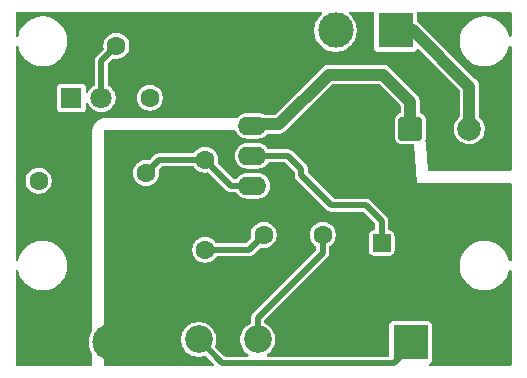
<source format=gbr>
%TF.GenerationSoftware,KiCad,Pcbnew,9.0.4*%
%TF.CreationDate,2025-09-13T21:48:36+02:00*%
%TF.ProjectId,TDA7267,54444137-3236-4372-9e6b-696361645f70,rev?*%
%TF.SameCoordinates,Original*%
%TF.FileFunction,Copper,L2,Bot*%
%TF.FilePolarity,Positive*%
%FSLAX46Y46*%
G04 Gerber Fmt 4.6, Leading zero omitted, Abs format (unit mm)*
G04 Created by KiCad (PCBNEW 9.0.4) date 2025-09-13 21:48:36*
%MOMM*%
%LPD*%
G01*
G04 APERTURE LIST*
G04 Aperture macros list*
%AMRoundRect*
0 Rectangle with rounded corners*
0 $1 Rounding radius*
0 $2 $3 $4 $5 $6 $7 $8 $9 X,Y pos of 4 corners*
0 Add a 4 corners polygon primitive as box body*
4,1,4,$2,$3,$4,$5,$6,$7,$8,$9,$2,$3,0*
0 Add four circle primitives for the rounded corners*
1,1,$1+$1,$2,$3*
1,1,$1+$1,$4,$5*
1,1,$1+$1,$6,$7*
1,1,$1+$1,$8,$9*
0 Add four rect primitives between the rounded corners*
20,1,$1+$1,$2,$3,$4,$5,0*
20,1,$1+$1,$4,$5,$6,$7,0*
20,1,$1+$1,$6,$7,$8,$9,0*
20,1,$1+$1,$8,$9,$2,$3,0*%
G04 Aperture macros list end*
%TA.AperFunction,ComponentPad*%
%ADD10C,1.600000*%
%TD*%
%TA.AperFunction,ComponentPad*%
%ADD11R,3.000000X3.000000*%
%TD*%
%TA.AperFunction,ComponentPad*%
%ADD12C,3.000000*%
%TD*%
%TA.AperFunction,ComponentPad*%
%ADD13R,1.800000X1.800000*%
%TD*%
%TA.AperFunction,ComponentPad*%
%ADD14C,1.800000*%
%TD*%
%TA.AperFunction,ComponentPad*%
%ADD15RoundRect,0.250000X-0.950000X-0.550000X0.950000X-0.550000X0.950000X0.550000X-0.950000X0.550000X0*%
%TD*%
%TA.AperFunction,ComponentPad*%
%ADD16O,2.400000X1.600000*%
%TD*%
%TA.AperFunction,ComponentPad*%
%ADD17RoundRect,0.250000X-0.550000X-0.550000X0.550000X-0.550000X0.550000X0.550000X-0.550000X0.550000X0*%
%TD*%
%TA.AperFunction,ComponentPad*%
%ADD18RoundRect,0.250000X-0.750000X-0.750000X0.750000X-0.750000X0.750000X0.750000X-0.750000X0.750000X0*%
%TD*%
%TA.AperFunction,ComponentPad*%
%ADD19C,2.000000*%
%TD*%
%TA.AperFunction,ComponentPad*%
%ADD20RoundRect,0.250000X0.550000X0.550000X-0.550000X0.550000X-0.550000X-0.550000X0.550000X-0.550000X0*%
%TD*%
%TA.AperFunction,ComponentPad*%
%ADD21C,2.340000*%
%TD*%
%TA.AperFunction,Conductor*%
%ADD22C,0.500000*%
%TD*%
%TA.AperFunction,Conductor*%
%ADD23C,1.000000*%
%TD*%
G04 APERTURE END LIST*
D10*
%TO.P,C3,1*%
%TO.N,GND*%
X140560000Y-105647500D03*
%TO.P,C3,2*%
%TO.N,Net-(U1-In)*%
X140560000Y-100647500D03*
%TD*%
D11*
%TO.P,IN1,1,Pin_1*%
%TO.N,Net-(IN1-Pin_1)*%
X162960000Y-115000000D03*
D12*
%TO.P,IN1,2,Pin_2*%
%TO.N,GND*%
X168040000Y-115000000D03*
%TD*%
D10*
%TO.P,R1,1*%
%TO.N,Net-(C1-Pad2)*%
X145560000Y-107147500D03*
%TO.P,R1,2*%
%TO.N,Net-(U1-In)*%
X145560000Y-99527500D03*
%TD*%
D13*
%TO.P,D1,1,K*%
%TO.N,GND*%
X134230000Y-94300000D03*
D14*
%TO.P,D1,2,A*%
%TO.N,Net-(D1-A)*%
X136770000Y-94300000D03*
%TD*%
D11*
%TO.P,OUT1,1,Pin_1*%
%TO.N,Net-(OUT1-Pin_1)*%
X161680000Y-88587500D03*
D12*
%TO.P,OUT1,2,Pin_2*%
%TO.N,GND*%
X156600000Y-88587500D03*
%TD*%
D10*
%TO.P,C5,1*%
%TO.N,GND*%
X140860000Y-94287500D03*
%TO.P,C5,2*%
%TO.N,/VCC*%
X145860000Y-94287500D03*
%TD*%
%TO.P,C1,1*%
%TO.N,Net-(C1-Pad1)*%
X155500000Y-105900000D03*
%TO.P,C1,2*%
%TO.N,Net-(C1-Pad2)*%
X150500000Y-105900000D03*
%TD*%
D15*
%TO.P,U1,1,V+*%
%TO.N,/VCC*%
X149560000Y-94120000D03*
D16*
%TO.P,U1,2,Out*%
%TO.N,Net-(U1-Out)*%
X149560000Y-96660000D03*
%TO.P,U1,3,SRV*%
%TO.N,Net-(U1-SRV)*%
X149560000Y-99200000D03*
%TO.P,U1,4,In*%
%TO.N,Net-(U1-In)*%
X149560000Y-101740000D03*
%TO.P,U1,5,GND*%
%TO.N,GND*%
X157180000Y-101740000D03*
%TO.P,U1,6,GND*%
X157180000Y-99200000D03*
%TO.P,U1,7,GND*%
X157180000Y-96660000D03*
%TO.P,U1,8,GND*%
X157180000Y-94120000D03*
%TD*%
D10*
%TO.P,R2,1*%
%TO.N,Net-(D1-A)*%
X138050000Y-89887500D03*
%TO.P,R2,2*%
%TO.N,/VCC*%
X145670000Y-89887500D03*
%TD*%
D11*
%TO.P,VCC1,1,Pin_1*%
%TO.N,/VCC*%
X132420000Y-115000000D03*
D12*
%TO.P,VCC1,2,Pin_2*%
%TO.N,GND*%
X137500000Y-115000000D03*
%TD*%
D17*
%TO.P,C2,1*%
%TO.N,Net-(U1-SRV)*%
X160497349Y-106600000D03*
D10*
%TO.P,C2,2*%
%TO.N,GND*%
X164297349Y-106600000D03*
%TD*%
D18*
%TO.P,C6,1*%
%TO.N,Net-(U1-Out)*%
X162932323Y-96900000D03*
D19*
%TO.P,C6,2*%
%TO.N,Net-(OUT1-Pin_1)*%
X167932323Y-96900000D03*
%TD*%
D20*
%TO.P,C4,1*%
%TO.N,/VCC*%
X135250000Y-101300000D03*
D10*
%TO.P,C4,2*%
%TO.N,GND*%
X131450000Y-101300000D03*
%TD*%
D21*
%TO.P,RV1,1,1*%
%TO.N,Net-(IN1-Pin_1)*%
X145000000Y-114750000D03*
%TO.P,RV1,2,2*%
%TO.N,Net-(C1-Pad1)*%
X150000000Y-114750000D03*
%TO.P,RV1,3,3*%
%TO.N,GND*%
X155000000Y-114750000D03*
%TD*%
D22*
%TO.N,Net-(C1-Pad2)*%
X145560000Y-107147500D02*
X149252500Y-107147500D01*
X149252500Y-107147500D02*
X150500000Y-105900000D01*
%TO.N,Net-(C1-Pad1)*%
X155500000Y-107400000D02*
X155500000Y-105900000D01*
X150000000Y-114750000D02*
X150000000Y-112900000D01*
X150000000Y-112900000D02*
X155500000Y-107400000D01*
%TO.N,Net-(U1-SRV)*%
X160497349Y-106600000D02*
X160497349Y-104697349D01*
X149560000Y-99200000D02*
X152600000Y-99200000D01*
X159200000Y-103400000D02*
X156246555Y-103400000D01*
X153700000Y-100853445D02*
X153700000Y-100700000D01*
X153700000Y-100300000D02*
X153700000Y-100700000D01*
X152600000Y-99200000D02*
X153700000Y-100300000D01*
X160497349Y-104697349D02*
X159200000Y-103400000D01*
X156246555Y-103400000D02*
X153700000Y-100853445D01*
%TO.N,Net-(U1-In)*%
X140560000Y-100647500D02*
X141400000Y-99807500D01*
X145560000Y-99527500D02*
X147772500Y-101740000D01*
X141672500Y-99527500D02*
X145560000Y-99527500D01*
X147772500Y-101740000D02*
X149560000Y-101740000D01*
X141400000Y-99800000D02*
X141672500Y-99527500D01*
X141400000Y-99807500D02*
X141400000Y-99800000D01*
D23*
%TO.N,Net-(U1-Out)*%
X156034001Y-92319000D02*
X151840000Y-96513001D01*
X160619000Y-92319000D02*
X156034001Y-92319000D01*
X162932323Y-94632323D02*
X162932323Y-96900000D01*
X151840000Y-96513001D02*
X149706999Y-96513001D01*
X149706999Y-96513001D02*
X149560000Y-96660000D01*
X160619000Y-92319000D02*
X162932323Y-94632323D01*
%TO.N,Net-(OUT1-Pin_1)*%
X163187500Y-88587500D02*
X167932323Y-93332323D01*
X167932323Y-93332323D02*
X167932323Y-96900000D01*
X163187500Y-88587500D02*
X161680000Y-88587500D01*
D22*
%TO.N,Net-(D1-A)*%
X136770000Y-91167500D02*
X138050000Y-89887500D01*
X136770000Y-94300000D02*
X136770000Y-91167500D01*
%TO.N,Net-(IN1-Pin_1)*%
X161551000Y-116749000D02*
X146999000Y-116749000D01*
X162960000Y-115340000D02*
X161551000Y-116749000D01*
X146999000Y-116749000D02*
X145000000Y-114750000D01*
X162960000Y-115000000D02*
X162960000Y-115340000D01*
%TD*%
%TA.AperFunction,Conductor*%
%TO.N,GND*%
G36*
X160303099Y-93139185D02*
G01*
X160323741Y-93155819D01*
X162095504Y-94927582D01*
X162128989Y-94988905D01*
X162131823Y-95015263D01*
X162131823Y-95493761D01*
X162112138Y-95560800D01*
X162059334Y-95606555D01*
X162053313Y-95609115D01*
X161909983Y-95665637D01*
X161909981Y-95665638D01*
X161789400Y-95757077D01*
X161697962Y-95877656D01*
X161642445Y-96018438D01*
X161636511Y-96067853D01*
X161631823Y-96106898D01*
X161631823Y-97693102D01*
X161637449Y-97739954D01*
X161642445Y-97781561D01*
X161697962Y-97922343D01*
X161789400Y-98042922D01*
X161909979Y-98134360D01*
X161909980Y-98134360D01*
X161909981Y-98134361D01*
X162050759Y-98189877D01*
X162139221Y-98200500D01*
X162139226Y-98200500D01*
X163140439Y-98200500D01*
X163207478Y-98220185D01*
X163253233Y-98272989D01*
X163264098Y-98315335D01*
X163500000Y-101500000D01*
X171375500Y-101500000D01*
X171442539Y-101519685D01*
X171488294Y-101572489D01*
X171499500Y-101624000D01*
X171499500Y-108024270D01*
X171479815Y-108091309D01*
X171427011Y-108137064D01*
X171357853Y-108147008D01*
X171294297Y-108117983D01*
X171256523Y-108059205D01*
X171255725Y-108056363D01*
X171237116Y-107986914D01*
X171193295Y-107823368D01*
X171087923Y-107568979D01*
X171087921Y-107568976D01*
X171087919Y-107568971D01*
X171032205Y-107472473D01*
X170950249Y-107330521D01*
X170782628Y-107112072D01*
X170782623Y-107112066D01*
X170587933Y-106917376D01*
X170587926Y-106917370D01*
X170369483Y-106749754D01*
X170369482Y-106749753D01*
X170369479Y-106749751D01*
X170274407Y-106694861D01*
X170131028Y-106612080D01*
X170131017Y-106612075D01*
X169876630Y-106506704D01*
X169743649Y-106471072D01*
X169610666Y-106435440D01*
X169610660Y-106435439D01*
X169610655Y-106435438D01*
X169337684Y-106399501D01*
X169337679Y-106399500D01*
X169337674Y-106399500D01*
X169062326Y-106399500D01*
X169062320Y-106399500D01*
X169062315Y-106399501D01*
X168789344Y-106435438D01*
X168789337Y-106435439D01*
X168789334Y-106435440D01*
X168733125Y-106450500D01*
X168523369Y-106506704D01*
X168268982Y-106612075D01*
X168268971Y-106612080D01*
X168030516Y-106749754D01*
X167812073Y-106917370D01*
X167812066Y-106917376D01*
X167617376Y-107112066D01*
X167617370Y-107112073D01*
X167449754Y-107330516D01*
X167312080Y-107568971D01*
X167312075Y-107568982D01*
X167206704Y-107823369D01*
X167135441Y-108089331D01*
X167135438Y-108089344D01*
X167099501Y-108362315D01*
X167099500Y-108362332D01*
X167099500Y-108637667D01*
X167099501Y-108637684D01*
X167135438Y-108910655D01*
X167135439Y-108910660D01*
X167135440Y-108910666D01*
X167171072Y-109043649D01*
X167206704Y-109176630D01*
X167312075Y-109431017D01*
X167312080Y-109431028D01*
X167394861Y-109574407D01*
X167449751Y-109669479D01*
X167449753Y-109669482D01*
X167449754Y-109669483D01*
X167617370Y-109887926D01*
X167617376Y-109887933D01*
X167812066Y-110082623D01*
X167812072Y-110082628D01*
X168030521Y-110250249D01*
X168183778Y-110338732D01*
X168268971Y-110387919D01*
X168268976Y-110387921D01*
X168268979Y-110387923D01*
X168523368Y-110493295D01*
X168789334Y-110564560D01*
X169062326Y-110600500D01*
X169062333Y-110600500D01*
X169337667Y-110600500D01*
X169337674Y-110600500D01*
X169610666Y-110564560D01*
X169876632Y-110493295D01*
X170131021Y-110387923D01*
X170369479Y-110250249D01*
X170587928Y-110082628D01*
X170782628Y-109887928D01*
X170950249Y-109669479D01*
X171087923Y-109431021D01*
X171193295Y-109176632D01*
X171255726Y-108943633D01*
X171292090Y-108883975D01*
X171354937Y-108853446D01*
X171424312Y-108861741D01*
X171478190Y-108906226D01*
X171499465Y-108972778D01*
X171499500Y-108975729D01*
X171499500Y-116875500D01*
X171479815Y-116942539D01*
X171427011Y-116988294D01*
X171375500Y-116999500D01*
X164660520Y-116999500D01*
X164593481Y-116979815D01*
X164547726Y-116927011D01*
X164537782Y-116857853D01*
X164566807Y-116794297D01*
X164610430Y-116762067D01*
X164632765Y-116752206D01*
X164712206Y-116672765D01*
X164757585Y-116569991D01*
X164760500Y-116544865D01*
X164760499Y-113455136D01*
X164760497Y-113455117D01*
X164757586Y-113430012D01*
X164757585Y-113430010D01*
X164757585Y-113430009D01*
X164712206Y-113327235D01*
X164632765Y-113247794D01*
X164632763Y-113247793D01*
X164529992Y-113202415D01*
X164504865Y-113199500D01*
X161415143Y-113199500D01*
X161415117Y-113199502D01*
X161390012Y-113202413D01*
X161390008Y-113202415D01*
X161287235Y-113247793D01*
X161207794Y-113327234D01*
X161162415Y-113430006D01*
X161162415Y-113430008D01*
X161159500Y-113455131D01*
X161159500Y-113455137D01*
X161159501Y-116074500D01*
X161139816Y-116141539D01*
X161087013Y-116187294D01*
X161035501Y-116198500D01*
X150889708Y-116198500D01*
X150822669Y-116178815D01*
X150776914Y-116126011D01*
X150766970Y-116056853D01*
X150795995Y-115993297D01*
X150816823Y-115974182D01*
X150957959Y-115871640D01*
X150957957Y-115871640D01*
X150957966Y-115871635D01*
X151121635Y-115707966D01*
X151257684Y-115520710D01*
X151362766Y-115314476D01*
X151434291Y-115094343D01*
X151470500Y-114865731D01*
X151470500Y-114634269D01*
X151434291Y-114405657D01*
X151362766Y-114185524D01*
X151362766Y-114185523D01*
X151326376Y-114114106D01*
X151257684Y-113979290D01*
X151240302Y-113955366D01*
X151121640Y-113792040D01*
X151121636Y-113792035D01*
X150957964Y-113628363D01*
X150957959Y-113628359D01*
X150770713Y-113492318D01*
X150770712Y-113492317D01*
X150770710Y-113492316D01*
X150691004Y-113451703D01*
X150618205Y-113414610D01*
X150607140Y-113404160D01*
X150593297Y-113397838D01*
X150582255Y-113380657D01*
X150567409Y-113366635D01*
X150563167Y-113350955D01*
X150555523Y-113339060D01*
X150550500Y-113304125D01*
X150550500Y-113179386D01*
X150570185Y-113112347D01*
X150586819Y-113091705D01*
X153185229Y-110493295D01*
X155940510Y-107738014D01*
X156012984Y-107612485D01*
X156014003Y-107608679D01*
X156024384Y-107569944D01*
X156033942Y-107534267D01*
X156050500Y-107472475D01*
X156050500Y-106923512D01*
X156070185Y-106856473D01*
X156101615Y-106823194D01*
X156216928Y-106739414D01*
X156339414Y-106616928D01*
X156441232Y-106476788D01*
X156519873Y-106322445D01*
X156573402Y-106157701D01*
X156600500Y-105986611D01*
X156600500Y-105813389D01*
X156573402Y-105642299D01*
X156519873Y-105477555D01*
X156441232Y-105323212D01*
X156339414Y-105183072D01*
X156216928Y-105060586D01*
X156076788Y-104958768D01*
X155922445Y-104880127D01*
X155757701Y-104826598D01*
X155757699Y-104826597D01*
X155757698Y-104826597D01*
X155626271Y-104805781D01*
X155586611Y-104799500D01*
X155413389Y-104799500D01*
X155373728Y-104805781D01*
X155242302Y-104826597D01*
X155077552Y-104880128D01*
X154923211Y-104958768D01*
X154843256Y-105016859D01*
X154783072Y-105060586D01*
X154783070Y-105060588D01*
X154783069Y-105060588D01*
X154660588Y-105183069D01*
X154660588Y-105183070D01*
X154660586Y-105183072D01*
X154616859Y-105243256D01*
X154558768Y-105323211D01*
X154480128Y-105477552D01*
X154426597Y-105642302D01*
X154399500Y-105813389D01*
X154399500Y-105986610D01*
X154421834Y-106127627D01*
X154426598Y-106157701D01*
X154480127Y-106322445D01*
X154558768Y-106476788D01*
X154660586Y-106616928D01*
X154783072Y-106739414D01*
X154783075Y-106739416D01*
X154898385Y-106823194D01*
X154901725Y-106827525D01*
X154906703Y-106829799D01*
X154922835Y-106854901D01*
X154941051Y-106878524D01*
X154942303Y-106885195D01*
X154944477Y-106888577D01*
X154949500Y-106923512D01*
X154949500Y-107120613D01*
X154929815Y-107187652D01*
X154913181Y-107208294D01*
X149559491Y-112561983D01*
X149559489Y-112561986D01*
X149487016Y-112687514D01*
X149487016Y-112687515D01*
X149449500Y-112827525D01*
X149449500Y-112827527D01*
X149449500Y-113304125D01*
X149429815Y-113371164D01*
X149381795Y-113414610D01*
X149229286Y-113492318D01*
X149042040Y-113628359D01*
X149042035Y-113628363D01*
X148878363Y-113792035D01*
X148878359Y-113792040D01*
X148742318Y-113979286D01*
X148637233Y-114185523D01*
X148637232Y-114185526D01*
X148565709Y-114405655D01*
X148529500Y-114634269D01*
X148529500Y-114865730D01*
X148565709Y-115094344D01*
X148637232Y-115314473D01*
X148637233Y-115314476D01*
X148742318Y-115520713D01*
X148878359Y-115707959D01*
X148878363Y-115707964D01*
X149042035Y-115871636D01*
X149042040Y-115871640D01*
X149183177Y-115974182D01*
X149225843Y-116029512D01*
X149231822Y-116099125D01*
X149199217Y-116160920D01*
X149138378Y-116195277D01*
X149110292Y-116198500D01*
X147278387Y-116198500D01*
X147211348Y-116178815D01*
X147190706Y-116162181D01*
X146411650Y-115383125D01*
X146378165Y-115321802D01*
X146381400Y-115257126D01*
X146434291Y-115094343D01*
X146470500Y-114865731D01*
X146470500Y-114634269D01*
X146434291Y-114405657D01*
X146362766Y-114185524D01*
X146362766Y-114185523D01*
X146326376Y-114114106D01*
X146257684Y-113979290D01*
X146240302Y-113955366D01*
X146121640Y-113792040D01*
X146121636Y-113792035D01*
X145957964Y-113628363D01*
X145957959Y-113628359D01*
X145770713Y-113492318D01*
X145770712Y-113492317D01*
X145770710Y-113492316D01*
X145697754Y-113455143D01*
X145564476Y-113387233D01*
X145564473Y-113387232D01*
X145344344Y-113315709D01*
X145230037Y-113297604D01*
X145115731Y-113279500D01*
X144884269Y-113279500D01*
X144808065Y-113291569D01*
X144655655Y-113315709D01*
X144435526Y-113387232D01*
X144435523Y-113387233D01*
X144229286Y-113492318D01*
X144042040Y-113628359D01*
X144042035Y-113628363D01*
X143878363Y-113792035D01*
X143878359Y-113792040D01*
X143742318Y-113979286D01*
X143637233Y-114185523D01*
X143637232Y-114185526D01*
X143565709Y-114405655D01*
X143529500Y-114634269D01*
X143529500Y-114865730D01*
X143565709Y-115094344D01*
X143637232Y-115314473D01*
X143637233Y-115314476D01*
X143742318Y-115520713D01*
X143878359Y-115707959D01*
X143878363Y-115707964D01*
X144042035Y-115871636D01*
X144042040Y-115871640D01*
X144183178Y-115974182D01*
X144229290Y-116007684D01*
X144360423Y-116074500D01*
X144435523Y-116112766D01*
X144435526Y-116112767D01*
X144524079Y-116141539D01*
X144655657Y-116184291D01*
X144884269Y-116220500D01*
X144884270Y-116220500D01*
X145115730Y-116220500D01*
X145115731Y-116220500D01*
X145344343Y-116184291D01*
X145507126Y-116131399D01*
X145576967Y-116129405D01*
X145633125Y-116161650D01*
X146259294Y-116787819D01*
X146292779Y-116849142D01*
X146287795Y-116918834D01*
X146245923Y-116974767D01*
X146180459Y-116999184D01*
X146171613Y-116999500D01*
X137124000Y-116999500D01*
X137056961Y-116979815D01*
X137011206Y-116927011D01*
X137000000Y-116875500D01*
X137000000Y-107060889D01*
X144459500Y-107060889D01*
X144459500Y-107234111D01*
X144486598Y-107405201D01*
X144540127Y-107569945D01*
X144618768Y-107724288D01*
X144720586Y-107864428D01*
X144843072Y-107986914D01*
X144983212Y-108088732D01*
X145137555Y-108167373D01*
X145302299Y-108220902D01*
X145473389Y-108248000D01*
X145473390Y-108248000D01*
X145646610Y-108248000D01*
X145646611Y-108248000D01*
X145817701Y-108220902D01*
X145982445Y-108167373D01*
X146136788Y-108088732D01*
X146276928Y-107986914D01*
X146399414Y-107864428D01*
X146483195Y-107749114D01*
X146538526Y-107706449D01*
X146583513Y-107698000D01*
X149324972Y-107698000D01*
X149324974Y-107698000D01*
X149324975Y-107698000D01*
X149464985Y-107660484D01*
X149590515Y-107588010D01*
X150165531Y-107012992D01*
X150226852Y-106979509D01*
X150272605Y-106978202D01*
X150413389Y-107000500D01*
X150413390Y-107000500D01*
X150586610Y-107000500D01*
X150586611Y-107000500D01*
X150757701Y-106973402D01*
X150922445Y-106919873D01*
X151076788Y-106841232D01*
X151216928Y-106739414D01*
X151339414Y-106616928D01*
X151441232Y-106476788D01*
X151519873Y-106322445D01*
X151573402Y-106157701D01*
X151600500Y-105986611D01*
X151600500Y-105813389D01*
X151573402Y-105642299D01*
X151519873Y-105477555D01*
X151441232Y-105323212D01*
X151339414Y-105183072D01*
X151216928Y-105060586D01*
X151076788Y-104958768D01*
X150922445Y-104880127D01*
X150757701Y-104826598D01*
X150757699Y-104826597D01*
X150757698Y-104826597D01*
X150626271Y-104805781D01*
X150586611Y-104799500D01*
X150413389Y-104799500D01*
X150373728Y-104805781D01*
X150242302Y-104826597D01*
X150077552Y-104880128D01*
X149923211Y-104958768D01*
X149843256Y-105016859D01*
X149783072Y-105060586D01*
X149783070Y-105060588D01*
X149783069Y-105060588D01*
X149660588Y-105183069D01*
X149660588Y-105183070D01*
X149660586Y-105183072D01*
X149616859Y-105243256D01*
X149558768Y-105323211D01*
X149480128Y-105477552D01*
X149426597Y-105642302D01*
X149399500Y-105813389D01*
X149399500Y-105986610D01*
X149421797Y-106127389D01*
X149412842Y-106196683D01*
X149387005Y-106234468D01*
X149060792Y-106560682D01*
X148999471Y-106594166D01*
X148973113Y-106597000D01*
X146583513Y-106597000D01*
X146516474Y-106577315D01*
X146483195Y-106545886D01*
X146432992Y-106476788D01*
X146399414Y-106430572D01*
X146276928Y-106308086D01*
X146136788Y-106206268D01*
X145982445Y-106127627D01*
X145817701Y-106074098D01*
X145817699Y-106074097D01*
X145817698Y-106074097D01*
X145686271Y-106053281D01*
X145646611Y-106047000D01*
X145473389Y-106047000D01*
X145433728Y-106053281D01*
X145302302Y-106074097D01*
X145302299Y-106074098D01*
X145138288Y-106127389D01*
X145137552Y-106127628D01*
X144983211Y-106206268D01*
X144944398Y-106234468D01*
X144843072Y-106308086D01*
X144843070Y-106308088D01*
X144843069Y-106308088D01*
X144720588Y-106430569D01*
X144720588Y-106430570D01*
X144720586Y-106430572D01*
X144687008Y-106476788D01*
X144618768Y-106570711D01*
X144540128Y-106725052D01*
X144486597Y-106889802D01*
X144467086Y-107012994D01*
X144459500Y-107060889D01*
X137000000Y-107060889D01*
X137000000Y-100560889D01*
X139459500Y-100560889D01*
X139459500Y-100734111D01*
X139486598Y-100905201D01*
X139540127Y-101069945D01*
X139618768Y-101224288D01*
X139720586Y-101364428D01*
X139843072Y-101486914D01*
X139983212Y-101588732D01*
X140137555Y-101667373D01*
X140302299Y-101720902D01*
X140473389Y-101748000D01*
X140473390Y-101748000D01*
X140646610Y-101748000D01*
X140646611Y-101748000D01*
X140817701Y-101720902D01*
X140982445Y-101667373D01*
X141136788Y-101588732D01*
X141276928Y-101486914D01*
X141399414Y-101364428D01*
X141501232Y-101224288D01*
X141579873Y-101069945D01*
X141633402Y-100905201D01*
X141660500Y-100734111D01*
X141660500Y-100560889D01*
X141638202Y-100420106D01*
X141647156Y-100350815D01*
X141672989Y-100313035D01*
X141840510Y-100145515D01*
X141842590Y-100141912D01*
X141862300Y-100116224D01*
X141864205Y-100114319D01*
X141925528Y-100080834D01*
X141951886Y-100078000D01*
X144536487Y-100078000D01*
X144603526Y-100097685D01*
X144636805Y-100129114D01*
X144648719Y-100145512D01*
X144720586Y-100244428D01*
X144843072Y-100366914D01*
X144983212Y-100468732D01*
X145137555Y-100547373D01*
X145302299Y-100600902D01*
X145473389Y-100628000D01*
X145473390Y-100628000D01*
X145646610Y-100628000D01*
X145646611Y-100628000D01*
X145787393Y-100605702D01*
X145856684Y-100614656D01*
X145894470Y-100640494D01*
X147434486Y-102180510D01*
X147434488Y-102180511D01*
X147434492Y-102180514D01*
X147444926Y-102186538D01*
X147444929Y-102186539D01*
X147444934Y-102186542D01*
X147560015Y-102252984D01*
X147700025Y-102290500D01*
X147700026Y-102290500D01*
X147844975Y-102290500D01*
X148136487Y-102290500D01*
X148203526Y-102310185D01*
X148236805Y-102341614D01*
X148320586Y-102456928D01*
X148443072Y-102579414D01*
X148583212Y-102681232D01*
X148737555Y-102759873D01*
X148902299Y-102813402D01*
X149073389Y-102840500D01*
X149073390Y-102840500D01*
X150046610Y-102840500D01*
X150046611Y-102840500D01*
X150217701Y-102813402D01*
X150382445Y-102759873D01*
X150536788Y-102681232D01*
X150676928Y-102579414D01*
X150799414Y-102456928D01*
X150901232Y-102316788D01*
X150979873Y-102162445D01*
X151033402Y-101997701D01*
X151060500Y-101826611D01*
X151060500Y-101653389D01*
X151033402Y-101482299D01*
X150979873Y-101317555D01*
X150901232Y-101163212D01*
X150799414Y-101023072D01*
X150676928Y-100900586D01*
X150536788Y-100798768D01*
X150382445Y-100720127D01*
X150217701Y-100666598D01*
X150217699Y-100666597D01*
X150217698Y-100666597D01*
X150086271Y-100645781D01*
X150046611Y-100639500D01*
X149073389Y-100639500D01*
X149033728Y-100645781D01*
X148902302Y-100666597D01*
X148737552Y-100720128D01*
X148583211Y-100798768D01*
X148503256Y-100856859D01*
X148443072Y-100900586D01*
X148443070Y-100900588D01*
X148443069Y-100900588D01*
X148320587Y-101023070D01*
X148236805Y-101138386D01*
X148232472Y-101141726D01*
X148230200Y-101146703D01*
X148205097Y-101162835D01*
X148181474Y-101181051D01*
X148174803Y-101182303D01*
X148171422Y-101184477D01*
X148136487Y-101189500D01*
X148051886Y-101189500D01*
X147984847Y-101169815D01*
X147964205Y-101153181D01*
X146672994Y-99861970D01*
X146639509Y-99800647D01*
X146638202Y-99754894D01*
X146660500Y-99614111D01*
X146660500Y-99440889D01*
X146633402Y-99269799D01*
X146582581Y-99113389D01*
X148059500Y-99113389D01*
X148059500Y-99286611D01*
X148086598Y-99457701D01*
X148140127Y-99622445D01*
X148218768Y-99776788D01*
X148320586Y-99916928D01*
X148443072Y-100039414D01*
X148583212Y-100141232D01*
X148737555Y-100219873D01*
X148902299Y-100273402D01*
X149073389Y-100300500D01*
X149073390Y-100300500D01*
X150046610Y-100300500D01*
X150046611Y-100300500D01*
X150217701Y-100273402D01*
X150382445Y-100219873D01*
X150536788Y-100141232D01*
X150676928Y-100039414D01*
X150799414Y-99916928D01*
X150871661Y-99817487D01*
X150883195Y-99801614D01*
X150938526Y-99758949D01*
X150983513Y-99750500D01*
X152320613Y-99750500D01*
X152387652Y-99770185D01*
X152408294Y-99786819D01*
X153113181Y-100491706D01*
X153146666Y-100553029D01*
X153149500Y-100579387D01*
X153149500Y-100627525D01*
X153149500Y-100780971D01*
X153149500Y-100925919D01*
X153187016Y-101065930D01*
X153259490Y-101191460D01*
X155908541Y-103840510D01*
X156034070Y-103912984D01*
X156174080Y-103950500D01*
X156174081Y-103950500D01*
X156319029Y-103950500D01*
X158920613Y-103950500D01*
X158987652Y-103970185D01*
X159008294Y-103986819D01*
X159910530Y-104889054D01*
X159944015Y-104950377D01*
X159946849Y-104976735D01*
X159946849Y-105384383D01*
X159927164Y-105451422D01*
X159874360Y-105497177D01*
X159837635Y-105507498D01*
X159815790Y-105510121D01*
X159675005Y-105565639D01*
X159554426Y-105657077D01*
X159462988Y-105777656D01*
X159407471Y-105918438D01*
X159401537Y-105967853D01*
X159396849Y-106006898D01*
X159396849Y-107193102D01*
X159401774Y-107234111D01*
X159407471Y-107281561D01*
X159462988Y-107422343D01*
X159554426Y-107542922D01*
X159675005Y-107634360D01*
X159675006Y-107634360D01*
X159675007Y-107634361D01*
X159815785Y-107689877D01*
X159904247Y-107700500D01*
X159904252Y-107700500D01*
X161090446Y-107700500D01*
X161090451Y-107700500D01*
X161178913Y-107689877D01*
X161319691Y-107634361D01*
X161440271Y-107542922D01*
X161531710Y-107422342D01*
X161587226Y-107281564D01*
X161597849Y-107193102D01*
X161597849Y-106006898D01*
X161587226Y-105918436D01*
X161531710Y-105777658D01*
X161531709Y-105777657D01*
X161531709Y-105777656D01*
X161440271Y-105657077D01*
X161319692Y-105565639D01*
X161246685Y-105536849D01*
X161178913Y-105510123D01*
X161178911Y-105510122D01*
X161178907Y-105510121D01*
X161157063Y-105507498D01*
X161092849Y-105479960D01*
X161053717Y-105422077D01*
X161047849Y-105384383D01*
X161047849Y-104624876D01*
X161047849Y-104624874D01*
X161010333Y-104484864D01*
X160937858Y-104359334D01*
X160835364Y-104256840D01*
X159538015Y-102959490D01*
X159412485Y-102887016D01*
X159412486Y-102887016D01*
X159377482Y-102877637D01*
X159272475Y-102849500D01*
X159272472Y-102849500D01*
X156525941Y-102849500D01*
X156458902Y-102829815D01*
X156438260Y-102813181D01*
X154286819Y-100661739D01*
X154253334Y-100600416D01*
X154250500Y-100574058D01*
X154250500Y-100227527D01*
X154250500Y-100227525D01*
X154212984Y-100087515D01*
X154140510Y-99961985D01*
X152938015Y-98759490D01*
X152812485Y-98687016D01*
X152812486Y-98687016D01*
X152777482Y-98677637D01*
X152672475Y-98649500D01*
X152672472Y-98649500D01*
X150983513Y-98649500D01*
X150916474Y-98629815D01*
X150883195Y-98598386D01*
X150817254Y-98507627D01*
X150799414Y-98483072D01*
X150676928Y-98360586D01*
X150536788Y-98258768D01*
X150382445Y-98180127D01*
X150217701Y-98126598D01*
X150217699Y-98126597D01*
X150217698Y-98126597D01*
X150082726Y-98105220D01*
X150046611Y-98099500D01*
X149073389Y-98099500D01*
X149037274Y-98105220D01*
X148902302Y-98126597D01*
X148737552Y-98180128D01*
X148583211Y-98258768D01*
X148505354Y-98315335D01*
X148443072Y-98360586D01*
X148443070Y-98360588D01*
X148443069Y-98360588D01*
X148320588Y-98483069D01*
X148320588Y-98483070D01*
X148320586Y-98483072D01*
X148302746Y-98507627D01*
X148218768Y-98623211D01*
X148140128Y-98777552D01*
X148086597Y-98942302D01*
X148075160Y-99014516D01*
X148059500Y-99113389D01*
X146582581Y-99113389D01*
X146579873Y-99105055D01*
X146501232Y-98950712D01*
X146399414Y-98810572D01*
X146276928Y-98688086D01*
X146136788Y-98586268D01*
X145982445Y-98507627D01*
X145817701Y-98454098D01*
X145817699Y-98454097D01*
X145817698Y-98454097D01*
X145686271Y-98433281D01*
X145646611Y-98427000D01*
X145473389Y-98427000D01*
X145433728Y-98433281D01*
X145302302Y-98454097D01*
X145137552Y-98507628D01*
X144983211Y-98586268D01*
X144932364Y-98623211D01*
X144843072Y-98688086D01*
X144843070Y-98688088D01*
X144843069Y-98688088D01*
X144720587Y-98810570D01*
X144636805Y-98925886D01*
X144581474Y-98968551D01*
X144536487Y-98977000D01*
X141600025Y-98977000D01*
X141495017Y-99005137D01*
X141460014Y-99014516D01*
X141334486Y-99086989D01*
X141334483Y-99086991D01*
X140959491Y-99461982D01*
X140959488Y-99461986D01*
X140957403Y-99465598D01*
X140937702Y-99491271D01*
X140894468Y-99534505D01*
X140833145Y-99567990D01*
X140787389Y-99569297D01*
X140646611Y-99547000D01*
X140473389Y-99547000D01*
X140433728Y-99553281D01*
X140302302Y-99574097D01*
X140137552Y-99627628D01*
X139983211Y-99706268D01*
X139922332Y-99750500D01*
X139843072Y-99808086D01*
X139843070Y-99808088D01*
X139843069Y-99808088D01*
X139720588Y-99930569D01*
X139720588Y-99930570D01*
X139720586Y-99930572D01*
X139676859Y-99990756D01*
X139618768Y-100070711D01*
X139540128Y-100225052D01*
X139486597Y-100389802D01*
X139464705Y-100528025D01*
X139459500Y-100560889D01*
X137000000Y-100560889D01*
X137000000Y-97124000D01*
X137019685Y-97056961D01*
X137072489Y-97011206D01*
X137124000Y-97000000D01*
X148023247Y-97000000D01*
X148090286Y-97019685D01*
X148136041Y-97072489D01*
X148138177Y-97077976D01*
X148138261Y-97077942D01*
X148140124Y-97082439D01*
X148140126Y-97082444D01*
X148140127Y-97082445D01*
X148218768Y-97236788D01*
X148320586Y-97376928D01*
X148443072Y-97499414D01*
X148583212Y-97601232D01*
X148737555Y-97679873D01*
X148902299Y-97733402D01*
X149073389Y-97760500D01*
X149073390Y-97760500D01*
X150046610Y-97760500D01*
X150046611Y-97760500D01*
X150217701Y-97733402D01*
X150382445Y-97679873D01*
X150536788Y-97601232D01*
X150676928Y-97499414D01*
X150799414Y-97376928D01*
X150808362Y-97364611D01*
X150863693Y-97321948D01*
X150908678Y-97313501D01*
X151918844Y-97313501D01*
X151918845Y-97313500D01*
X152073497Y-97282738D01*
X152219179Y-97222395D01*
X152350289Y-97134790D01*
X156329260Y-93155819D01*
X156390583Y-93122334D01*
X156416941Y-93119500D01*
X160236060Y-93119500D01*
X160303099Y-93139185D01*
G37*
%TD.AperFunction*%
%TD*%
%TA.AperFunction,Conductor*%
%TO.N,/VCC*%
G36*
X155412321Y-87020185D02*
G01*
X155458076Y-87072989D01*
X155468020Y-87142147D01*
X155438995Y-87205703D01*
X155420768Y-87222876D01*
X155410302Y-87230906D01*
X155410295Y-87230912D01*
X155243412Y-87397795D01*
X155243406Y-87397802D01*
X155099730Y-87585045D01*
X154981719Y-87789443D01*
X154981714Y-87789454D01*
X154891394Y-88007506D01*
X154830306Y-88235489D01*
X154799501Y-88469479D01*
X154799500Y-88469495D01*
X154799500Y-88705504D01*
X154799501Y-88705520D01*
X154813795Y-88814098D01*
X154830307Y-88939514D01*
X154871641Y-89093773D01*
X154891394Y-89167493D01*
X154981714Y-89385545D01*
X154981719Y-89385556D01*
X155052677Y-89508457D01*
X155099727Y-89589950D01*
X155099729Y-89589953D01*
X155099730Y-89589954D01*
X155243406Y-89777197D01*
X155243412Y-89777204D01*
X155410295Y-89944087D01*
X155410302Y-89944093D01*
X155520306Y-90028501D01*
X155597550Y-90087773D01*
X155699497Y-90146632D01*
X155801943Y-90205780D01*
X155801948Y-90205782D01*
X155801951Y-90205784D01*
X156020007Y-90296106D01*
X156247986Y-90357193D01*
X156481989Y-90388000D01*
X156481996Y-90388000D01*
X156718004Y-90388000D01*
X156718011Y-90388000D01*
X156952014Y-90357193D01*
X157179993Y-90296106D01*
X157398049Y-90205784D01*
X157602450Y-90087773D01*
X157789699Y-89944092D01*
X157956592Y-89777199D01*
X158100273Y-89589950D01*
X158218284Y-89385549D01*
X158308606Y-89167493D01*
X158369693Y-88939514D01*
X158400500Y-88705511D01*
X158400500Y-88469489D01*
X158369693Y-88235486D01*
X158308606Y-88007507D01*
X158218284Y-87789451D01*
X158218282Y-87789448D01*
X158218280Y-87789443D01*
X158176118Y-87716418D01*
X158100273Y-87585050D01*
X157985474Y-87435441D01*
X157956593Y-87397802D01*
X157956587Y-87397795D01*
X157789704Y-87230912D01*
X157789697Y-87230906D01*
X157779232Y-87222876D01*
X157738029Y-87166449D01*
X157733874Y-87096703D01*
X157768086Y-87035782D01*
X157829803Y-87003029D01*
X157854718Y-87000500D01*
X159755500Y-87000500D01*
X159822539Y-87020185D01*
X159868294Y-87072989D01*
X159879500Y-87124500D01*
X159879500Y-90132356D01*
X159879502Y-90132382D01*
X159882413Y-90157487D01*
X159882415Y-90157491D01*
X159927793Y-90260264D01*
X159927794Y-90260265D01*
X160007235Y-90339706D01*
X160110009Y-90385085D01*
X160135135Y-90388000D01*
X163224864Y-90387999D01*
X163224879Y-90387997D01*
X163224882Y-90387997D01*
X163249987Y-90385086D01*
X163249988Y-90385085D01*
X163249991Y-90385085D01*
X163352765Y-90339706D01*
X163432206Y-90260265D01*
X163449749Y-90220533D01*
X163494833Y-90167160D01*
X163561619Y-90146632D01*
X163628902Y-90165470D01*
X163650863Y-90182941D01*
X167095504Y-93627582D01*
X167128989Y-93688905D01*
X167131823Y-93715263D01*
X167131823Y-95810966D01*
X167112138Y-95878005D01*
X167088369Y-95905244D01*
X167085107Y-95908030D01*
X166940351Y-96052786D01*
X166820038Y-96218386D01*
X166727104Y-96400776D01*
X166663845Y-96595465D01*
X166631823Y-96797648D01*
X166631823Y-97002351D01*
X166663845Y-97204534D01*
X166727104Y-97399223D01*
X166820038Y-97581613D01*
X166940351Y-97747213D01*
X167085109Y-97891971D01*
X167240072Y-98004556D01*
X167250713Y-98012287D01*
X167355047Y-98065448D01*
X167433099Y-98105218D01*
X167433101Y-98105218D01*
X167433104Y-98105220D01*
X167537460Y-98139127D01*
X167627788Y-98168477D01*
X167728880Y-98184488D01*
X167829971Y-98200500D01*
X167829972Y-98200500D01*
X168034674Y-98200500D01*
X168034675Y-98200500D01*
X168236857Y-98168477D01*
X168431542Y-98105220D01*
X168613933Y-98012287D01*
X168706913Y-97944732D01*
X168779536Y-97891971D01*
X168779538Y-97891968D01*
X168779542Y-97891966D01*
X168924289Y-97747219D01*
X168924291Y-97747215D01*
X168924294Y-97747213D01*
X168977055Y-97674590D01*
X169044610Y-97581610D01*
X169137543Y-97399219D01*
X169200800Y-97204534D01*
X169232823Y-97002352D01*
X169232823Y-96797648D01*
X169200800Y-96595466D01*
X169197486Y-96585268D01*
X169142543Y-96416169D01*
X169137543Y-96400781D01*
X169137541Y-96400778D01*
X169137541Y-96400776D01*
X169084690Y-96297052D01*
X169044610Y-96218390D01*
X168983523Y-96134310D01*
X168924294Y-96052786D01*
X168779538Y-95908030D01*
X168776277Y-95905244D01*
X168738093Y-95846731D01*
X168732823Y-95810966D01*
X168732823Y-93253478D01*
X168732822Y-93253476D01*
X168702774Y-93102415D01*
X168702060Y-93098826D01*
X168702058Y-93098821D01*
X168641720Y-92953150D01*
X168641713Y-92953137D01*
X168554113Y-92822035D01*
X168554112Y-92822034D01*
X168442612Y-92710534D01*
X166071783Y-90339705D01*
X163697792Y-87965713D01*
X163697788Y-87965710D01*
X163566685Y-87878109D01*
X163566671Y-87878101D01*
X163557042Y-87874113D01*
X163502640Y-87830270D01*
X163480578Y-87763975D01*
X163480499Y-87759554D01*
X163480499Y-87124500D01*
X163500184Y-87057461D01*
X163552988Y-87011706D01*
X163604499Y-87000500D01*
X171375500Y-87000500D01*
X171442539Y-87020185D01*
X171488294Y-87072989D01*
X171499500Y-87124500D01*
X171499500Y-89024270D01*
X171479815Y-89091309D01*
X171427011Y-89137064D01*
X171357853Y-89147008D01*
X171294297Y-89117983D01*
X171256523Y-89059205D01*
X171255725Y-89056363D01*
X171253507Y-89048086D01*
X171193295Y-88823368D01*
X171087923Y-88568979D01*
X171087921Y-88568976D01*
X171087919Y-88568971D01*
X171030482Y-88469489D01*
X170950249Y-88330521D01*
X170782628Y-88112072D01*
X170782623Y-88112066D01*
X170587933Y-87917376D01*
X170587926Y-87917370D01*
X170369483Y-87749754D01*
X170369482Y-87749753D01*
X170369479Y-87749751D01*
X170274407Y-87694861D01*
X170131028Y-87612080D01*
X170131017Y-87612075D01*
X169876630Y-87506704D01*
X169743649Y-87471072D01*
X169610666Y-87435440D01*
X169610660Y-87435439D01*
X169610655Y-87435438D01*
X169337684Y-87399501D01*
X169337679Y-87399500D01*
X169337674Y-87399500D01*
X169062326Y-87399500D01*
X169062320Y-87399500D01*
X169062315Y-87399501D01*
X168789344Y-87435438D01*
X168789337Y-87435439D01*
X168789334Y-87435440D01*
X168733125Y-87450500D01*
X168523369Y-87506704D01*
X168268982Y-87612075D01*
X168268971Y-87612080D01*
X168030516Y-87749754D01*
X167812073Y-87917370D01*
X167812066Y-87917376D01*
X167617376Y-88112066D01*
X167617370Y-88112073D01*
X167449754Y-88330516D01*
X167312080Y-88568971D01*
X167312075Y-88568982D01*
X167206704Y-88823369D01*
X167135441Y-89089331D01*
X167135438Y-89089344D01*
X167099501Y-89362315D01*
X167099500Y-89362332D01*
X167099500Y-89637667D01*
X167099501Y-89637684D01*
X167135438Y-89910655D01*
X167135439Y-89910660D01*
X167135440Y-89910666D01*
X167162747Y-90012577D01*
X167206704Y-90176630D01*
X167312075Y-90431017D01*
X167312080Y-90431028D01*
X167394861Y-90574407D01*
X167449751Y-90669479D01*
X167449753Y-90669482D01*
X167449754Y-90669483D01*
X167617370Y-90887926D01*
X167617376Y-90887933D01*
X167812066Y-91082623D01*
X167812072Y-91082628D01*
X168030521Y-91250249D01*
X168183778Y-91338732D01*
X168268971Y-91387919D01*
X168268976Y-91387921D01*
X168268979Y-91387923D01*
X168523368Y-91493295D01*
X168789334Y-91564560D01*
X169062326Y-91600500D01*
X169062333Y-91600500D01*
X169337667Y-91600500D01*
X169337674Y-91600500D01*
X169610666Y-91564560D01*
X169876632Y-91493295D01*
X170131021Y-91387923D01*
X170369479Y-91250249D01*
X170587928Y-91082628D01*
X170782628Y-90887928D01*
X170950249Y-90669479D01*
X171087923Y-90431021D01*
X171193295Y-90176632D01*
X171255726Y-89943633D01*
X171292090Y-89883975D01*
X171354937Y-89853446D01*
X171424312Y-89861741D01*
X171478190Y-89906226D01*
X171499465Y-89972778D01*
X171499500Y-89975729D01*
X171499500Y-100370500D01*
X171479815Y-100437539D01*
X171427011Y-100483294D01*
X171375500Y-100494500D01*
X164548927Y-100494500D01*
X164481888Y-100474815D01*
X164436133Y-100422011D01*
X164425266Y-100379660D01*
X164424587Y-100370500D01*
X164266851Y-98241057D01*
X164244574Y-98105220D01*
X164238053Y-98065456D01*
X164238051Y-98065448D01*
X164238050Y-98065441D01*
X164227185Y-98023095D01*
X164224078Y-98012287D01*
X164211225Y-97967570D01*
X164211223Y-97967562D01*
X164211218Y-97967550D01*
X164199001Y-97939439D01*
X164190333Y-97870109D01*
X164197369Y-97844528D01*
X164222200Y-97781564D01*
X164232823Y-97693102D01*
X164232823Y-96106898D01*
X164222200Y-96018436D01*
X164166684Y-95877658D01*
X164166683Y-95877657D01*
X164166683Y-95877656D01*
X164075245Y-95757077D01*
X163954664Y-95665638D01*
X163954662Y-95665637D01*
X163811333Y-95609115D01*
X163756189Y-95566209D01*
X163732996Y-95500302D01*
X163732823Y-95493761D01*
X163732823Y-94553481D01*
X163731175Y-94545197D01*
X163725947Y-94518913D01*
X163702061Y-94398826D01*
X163641717Y-94253144D01*
X163641715Y-94253141D01*
X163641713Y-94253137D01*
X163554112Y-94122034D01*
X163554109Y-94122030D01*
X161129292Y-91697213D01*
X161129288Y-91697210D01*
X160998185Y-91609609D01*
X160998172Y-91609602D01*
X160852501Y-91549264D01*
X160852489Y-91549261D01*
X160697845Y-91518500D01*
X160697842Y-91518500D01*
X155955159Y-91518500D01*
X155955156Y-91518500D01*
X155800511Y-91549261D01*
X155800499Y-91549264D01*
X155654828Y-91609602D01*
X155654815Y-91609609D01*
X155548747Y-91680483D01*
X155523712Y-91697210D01*
X155523706Y-91697215D01*
X151544741Y-95676182D01*
X151483418Y-95709667D01*
X151457060Y-95712501D01*
X150554257Y-95712501D01*
X150497964Y-95698986D01*
X150382445Y-95640127D01*
X150217701Y-95586598D01*
X150217699Y-95586597D01*
X150217698Y-95586597D01*
X150086271Y-95565781D01*
X150046611Y-95559500D01*
X149073389Y-95559500D01*
X149033728Y-95565781D01*
X148902302Y-95586597D01*
X148737552Y-95640128D01*
X148583211Y-95718768D01*
X148530484Y-95757077D01*
X148443072Y-95820586D01*
X148443070Y-95820588D01*
X148443069Y-95820588D01*
X148320585Y-95943072D01*
X148307248Y-95961429D01*
X148251916Y-96004092D01*
X148194388Y-96011903D01*
X148023248Y-95994500D01*
X148023247Y-95994500D01*
X137124000Y-95994500D01*
X137123347Y-95994503D01*
X137112420Y-95994566D01*
X137112406Y-95994567D01*
X136910254Y-96017481D01*
X136858753Y-96028685D01*
X136767058Y-96053217D01*
X136580475Y-96134306D01*
X136580468Y-96134310D01*
X136414033Y-96251294D01*
X136414020Y-96251305D01*
X136361225Y-96297052D01*
X136244819Y-96416169D01*
X136131693Y-96585261D01*
X136131690Y-96585268D01*
X136054916Y-96773671D01*
X136054914Y-96773677D01*
X136035233Y-96840706D01*
X136015082Y-96921597D01*
X135994500Y-97123998D01*
X135994500Y-113973377D01*
X135977887Y-114035377D01*
X135881717Y-114201947D01*
X135881713Y-114201957D01*
X135791394Y-114420006D01*
X135730306Y-114647989D01*
X135699501Y-114881979D01*
X135699500Y-114881989D01*
X135699500Y-115118011D01*
X135730307Y-115352014D01*
X135791394Y-115579993D01*
X135881716Y-115798049D01*
X135977887Y-115964622D01*
X135994500Y-116026621D01*
X135994500Y-116875500D01*
X135974815Y-116942539D01*
X135922011Y-116988294D01*
X135870500Y-116999500D01*
X129624500Y-116999500D01*
X129557461Y-116979815D01*
X129511706Y-116927011D01*
X129500500Y-116875500D01*
X129500500Y-108975729D01*
X129520185Y-108908690D01*
X129572989Y-108862935D01*
X129642147Y-108852991D01*
X129705703Y-108882016D01*
X129743477Y-108940794D01*
X129744258Y-108943576D01*
X129783065Y-109088408D01*
X129806704Y-109176630D01*
X129912075Y-109431017D01*
X129912080Y-109431028D01*
X129994861Y-109574407D01*
X130049751Y-109669479D01*
X130049753Y-109669482D01*
X130049754Y-109669483D01*
X130217370Y-109887926D01*
X130217376Y-109887933D01*
X130412066Y-110082623D01*
X130412072Y-110082628D01*
X130630521Y-110250249D01*
X130783778Y-110338732D01*
X130868971Y-110387919D01*
X130868976Y-110387921D01*
X130868979Y-110387923D01*
X131123368Y-110493295D01*
X131389334Y-110564560D01*
X131662326Y-110600500D01*
X131662333Y-110600500D01*
X131937667Y-110600500D01*
X131937674Y-110600500D01*
X132210666Y-110564560D01*
X132476632Y-110493295D01*
X132731021Y-110387923D01*
X132969479Y-110250249D01*
X133187928Y-110082628D01*
X133382628Y-109887928D01*
X133550249Y-109669479D01*
X133687923Y-109431021D01*
X133793295Y-109176632D01*
X133864560Y-108910666D01*
X133900500Y-108637674D01*
X133900500Y-108362326D01*
X133864560Y-108089334D01*
X133793295Y-107823368D01*
X133687923Y-107568979D01*
X133687921Y-107568976D01*
X133687919Y-107568971D01*
X133638732Y-107483778D01*
X133550249Y-107330521D01*
X133382628Y-107112072D01*
X133382623Y-107112066D01*
X133187933Y-106917376D01*
X133187926Y-106917370D01*
X132969483Y-106749754D01*
X132969482Y-106749753D01*
X132969479Y-106749751D01*
X132874407Y-106694861D01*
X132731028Y-106612080D01*
X132731017Y-106612075D01*
X132476630Y-106506704D01*
X132343649Y-106471072D01*
X132210666Y-106435440D01*
X132210660Y-106435439D01*
X132210655Y-106435438D01*
X131937684Y-106399501D01*
X131937679Y-106399500D01*
X131937674Y-106399500D01*
X131662326Y-106399500D01*
X131662320Y-106399500D01*
X131662315Y-106399501D01*
X131389344Y-106435438D01*
X131389337Y-106435439D01*
X131389334Y-106435440D01*
X131333125Y-106450500D01*
X131123369Y-106506704D01*
X130868982Y-106612075D01*
X130868971Y-106612080D01*
X130630516Y-106749754D01*
X130412073Y-106917370D01*
X130412066Y-106917376D01*
X130217376Y-107112066D01*
X130217370Y-107112073D01*
X130049754Y-107330516D01*
X129912080Y-107568971D01*
X129912075Y-107568982D01*
X129806704Y-107823369D01*
X129744275Y-108056363D01*
X129707910Y-108116024D01*
X129645063Y-108146553D01*
X129575688Y-108138258D01*
X129521810Y-108093773D01*
X129500535Y-108027221D01*
X129500500Y-108024270D01*
X129500500Y-101213389D01*
X130349500Y-101213389D01*
X130349500Y-101386611D01*
X130376598Y-101557701D01*
X130430127Y-101722445D01*
X130508768Y-101876788D01*
X130610586Y-102016928D01*
X130733072Y-102139414D01*
X130873212Y-102241232D01*
X131027555Y-102319873D01*
X131192299Y-102373402D01*
X131363389Y-102400500D01*
X131363390Y-102400500D01*
X131536610Y-102400500D01*
X131536611Y-102400500D01*
X131707701Y-102373402D01*
X131872445Y-102319873D01*
X132026788Y-102241232D01*
X132166928Y-102139414D01*
X132289414Y-102016928D01*
X132391232Y-101876788D01*
X132469873Y-101722445D01*
X132523402Y-101557701D01*
X132550500Y-101386611D01*
X132550500Y-101213389D01*
X132523402Y-101042299D01*
X132469873Y-100877555D01*
X132391232Y-100723212D01*
X132289414Y-100583072D01*
X132166928Y-100460586D01*
X132026788Y-100358768D01*
X131872445Y-100280127D01*
X131707701Y-100226598D01*
X131707699Y-100226597D01*
X131707698Y-100226597D01*
X131576271Y-100205781D01*
X131536611Y-100199500D01*
X131363389Y-100199500D01*
X131323728Y-100205781D01*
X131192302Y-100226597D01*
X131027552Y-100280128D01*
X130873211Y-100358768D01*
X130793256Y-100416859D01*
X130733072Y-100460586D01*
X130733070Y-100460588D01*
X130733069Y-100460588D01*
X130610588Y-100583069D01*
X130610588Y-100583070D01*
X130610586Y-100583072D01*
X130569210Y-100640021D01*
X130508768Y-100723211D01*
X130430128Y-100877552D01*
X130376597Y-101042302D01*
X130349500Y-101213389D01*
X129500500Y-101213389D01*
X129500500Y-93355131D01*
X133029500Y-93355131D01*
X133029500Y-95244856D01*
X133029502Y-95244882D01*
X133032413Y-95269987D01*
X133032415Y-95269991D01*
X133077793Y-95372764D01*
X133077794Y-95372765D01*
X133157235Y-95452206D01*
X133260009Y-95497585D01*
X133285135Y-95500500D01*
X135174864Y-95500499D01*
X135174879Y-95500497D01*
X135174882Y-95500497D01*
X135199987Y-95497586D01*
X135199988Y-95497585D01*
X135199991Y-95497585D01*
X135302765Y-95452206D01*
X135382206Y-95372765D01*
X135427585Y-95269991D01*
X135430500Y-95244865D01*
X135430499Y-94831906D01*
X135450183Y-94764870D01*
X135502987Y-94719115D01*
X135572146Y-94709171D01*
X135635702Y-94738196D01*
X135664984Y-94775614D01*
X135693668Y-94831909D01*
X135743240Y-94929199D01*
X135854310Y-95082073D01*
X135987927Y-95215690D01*
X136140801Y-95326760D01*
X136207809Y-95360902D01*
X136309163Y-95412545D01*
X136309165Y-95412545D01*
X136309168Y-95412547D01*
X136405497Y-95443846D01*
X136488881Y-95470940D01*
X136675514Y-95500500D01*
X136675519Y-95500500D01*
X136864486Y-95500500D01*
X137051118Y-95470940D01*
X137230832Y-95412547D01*
X137399199Y-95326760D01*
X137552073Y-95215690D01*
X137685690Y-95082073D01*
X137796760Y-94929199D01*
X137882547Y-94760832D01*
X137940940Y-94581118D01*
X137950792Y-94518913D01*
X137970500Y-94394486D01*
X137970500Y-94205514D01*
X137970499Y-94205513D01*
X137969767Y-94200889D01*
X139759500Y-94200889D01*
X139759500Y-94374111D01*
X139786598Y-94545201D01*
X139840127Y-94709945D01*
X139918768Y-94864288D01*
X140020586Y-95004428D01*
X140143072Y-95126914D01*
X140283212Y-95228732D01*
X140437555Y-95307373D01*
X140602299Y-95360902D01*
X140773389Y-95388000D01*
X140773390Y-95388000D01*
X140946610Y-95388000D01*
X140946611Y-95388000D01*
X141117701Y-95360902D01*
X141282445Y-95307373D01*
X141436788Y-95228732D01*
X141576928Y-95126914D01*
X141699414Y-95004428D01*
X141801232Y-94864288D01*
X141879873Y-94709945D01*
X141933402Y-94545201D01*
X141960500Y-94374111D01*
X141960500Y-94200889D01*
X141933402Y-94029799D01*
X141879873Y-93865055D01*
X141801232Y-93710712D01*
X141699414Y-93570572D01*
X141576928Y-93448086D01*
X141436788Y-93346268D01*
X141282445Y-93267627D01*
X141117701Y-93214098D01*
X141117699Y-93214097D01*
X141117698Y-93214097D01*
X140986271Y-93193281D01*
X140946611Y-93187000D01*
X140773389Y-93187000D01*
X140733728Y-93193281D01*
X140602302Y-93214097D01*
X140437552Y-93267628D01*
X140283211Y-93346268D01*
X140230852Y-93384310D01*
X140143072Y-93448086D01*
X140143070Y-93448088D01*
X140143069Y-93448088D01*
X140020588Y-93570569D01*
X140020588Y-93570570D01*
X140020586Y-93570572D01*
X139979166Y-93627582D01*
X139918768Y-93710711D01*
X139840128Y-93865052D01*
X139786597Y-94029802D01*
X139771990Y-94122030D01*
X139759500Y-94200889D01*
X137969767Y-94200889D01*
X137940940Y-94018881D01*
X137899706Y-93891977D01*
X137882547Y-93839168D01*
X137882545Y-93839165D01*
X137882545Y-93839163D01*
X137819414Y-93715263D01*
X137796760Y-93670801D01*
X137685690Y-93517927D01*
X137552073Y-93384310D01*
X137399199Y-93273240D01*
X137399195Y-93273237D01*
X137399192Y-93273235D01*
X137388200Y-93267634D01*
X137337406Y-93219657D01*
X137320500Y-93157152D01*
X137320500Y-91446886D01*
X137340185Y-91379847D01*
X137356815Y-91359209D01*
X137715531Y-91000492D01*
X137776852Y-90967009D01*
X137822605Y-90965702D01*
X137963389Y-90988000D01*
X137963390Y-90988000D01*
X138136610Y-90988000D01*
X138136611Y-90988000D01*
X138307701Y-90960902D01*
X138472445Y-90907373D01*
X138626788Y-90828732D01*
X138766928Y-90726914D01*
X138889414Y-90604428D01*
X138991232Y-90464288D01*
X139069873Y-90309945D01*
X139123402Y-90145201D01*
X139150500Y-89974111D01*
X139150500Y-89800889D01*
X139123402Y-89629799D01*
X139069873Y-89465055D01*
X138991232Y-89310712D01*
X138889414Y-89170572D01*
X138766928Y-89048086D01*
X138626788Y-88946268D01*
X138472445Y-88867627D01*
X138307701Y-88814098D01*
X138307699Y-88814097D01*
X138307698Y-88814097D01*
X138176271Y-88793281D01*
X138136611Y-88787000D01*
X137963389Y-88787000D01*
X137923728Y-88793281D01*
X137792302Y-88814097D01*
X137627552Y-88867628D01*
X137473211Y-88946268D01*
X137393256Y-89004359D01*
X137333072Y-89048086D01*
X137333070Y-89048088D01*
X137333069Y-89048088D01*
X137210588Y-89170569D01*
X137210588Y-89170570D01*
X137210586Y-89170572D01*
X137166859Y-89230756D01*
X137108768Y-89310711D01*
X137030128Y-89465052D01*
X136976597Y-89629802D01*
X136975349Y-89637684D01*
X136949500Y-89800889D01*
X136949500Y-89974111D01*
X136966466Y-90081232D01*
X136971797Y-90114889D01*
X136962842Y-90184183D01*
X136937005Y-90221968D01*
X136329491Y-90829483D01*
X136329489Y-90829485D01*
X136297881Y-90884232D01*
X136284524Y-90907371D01*
X136284523Y-90907372D01*
X136284522Y-90907373D01*
X136257017Y-90955012D01*
X136257016Y-90955013D01*
X136244830Y-91000494D01*
X136219500Y-91095025D01*
X136219500Y-91095027D01*
X136219500Y-93157152D01*
X136199815Y-93224191D01*
X136151800Y-93267634D01*
X136140807Y-93273235D01*
X136140804Y-93273237D01*
X136062661Y-93330012D01*
X135987927Y-93384310D01*
X135987925Y-93384312D01*
X135987924Y-93384312D01*
X135854312Y-93517924D01*
X135854312Y-93517925D01*
X135854310Y-93517927D01*
X135816061Y-93570572D01*
X135743240Y-93670800D01*
X135664984Y-93824386D01*
X135617009Y-93875182D01*
X135549188Y-93891977D01*
X135483053Y-93869439D01*
X135439602Y-93814724D01*
X135430499Y-93768091D01*
X135430499Y-93355143D01*
X135430499Y-93355136D01*
X135429471Y-93346268D01*
X135427586Y-93330012D01*
X135427585Y-93330010D01*
X135427585Y-93330009D01*
X135382206Y-93227235D01*
X135302765Y-93147794D01*
X135302763Y-93147793D01*
X135199992Y-93102415D01*
X135174865Y-93099500D01*
X133285143Y-93099500D01*
X133285117Y-93099502D01*
X133260012Y-93102413D01*
X133260008Y-93102415D01*
X133157235Y-93147793D01*
X133077794Y-93227234D01*
X133032415Y-93330006D01*
X133032415Y-93330008D01*
X133029500Y-93355131D01*
X129500500Y-93355131D01*
X129500500Y-89975729D01*
X129520185Y-89908690D01*
X129572989Y-89862935D01*
X129642147Y-89852991D01*
X129705703Y-89882016D01*
X129743477Y-89940794D01*
X129744258Y-89943576D01*
X129762747Y-90012577D01*
X129806704Y-90176630D01*
X129912075Y-90431017D01*
X129912080Y-90431028D01*
X129994861Y-90574407D01*
X130049751Y-90669479D01*
X130049753Y-90669482D01*
X130049754Y-90669483D01*
X130217370Y-90887926D01*
X130217376Y-90887933D01*
X130412066Y-91082623D01*
X130412072Y-91082628D01*
X130630521Y-91250249D01*
X130783778Y-91338732D01*
X130868971Y-91387919D01*
X130868976Y-91387921D01*
X130868979Y-91387923D01*
X131123368Y-91493295D01*
X131389334Y-91564560D01*
X131662326Y-91600500D01*
X131662333Y-91600500D01*
X131937667Y-91600500D01*
X131937674Y-91600500D01*
X132210666Y-91564560D01*
X132476632Y-91493295D01*
X132731021Y-91387923D01*
X132969479Y-91250249D01*
X133187928Y-91082628D01*
X133382628Y-90887928D01*
X133550249Y-90669479D01*
X133687923Y-90431021D01*
X133793295Y-90176632D01*
X133864560Y-89910666D01*
X133900500Y-89637674D01*
X133900500Y-89362326D01*
X133864560Y-89089334D01*
X133793295Y-88823368D01*
X133687923Y-88568979D01*
X133687921Y-88568976D01*
X133687919Y-88568971D01*
X133630482Y-88469489D01*
X133550249Y-88330521D01*
X133382628Y-88112072D01*
X133382623Y-88112066D01*
X133187933Y-87917376D01*
X133187926Y-87917370D01*
X132969483Y-87749754D01*
X132969482Y-87749753D01*
X132969479Y-87749751D01*
X132874407Y-87694861D01*
X132731028Y-87612080D01*
X132731017Y-87612075D01*
X132476630Y-87506704D01*
X132343649Y-87471072D01*
X132210666Y-87435440D01*
X132210660Y-87435439D01*
X132210655Y-87435438D01*
X131937684Y-87399501D01*
X131937679Y-87399500D01*
X131937674Y-87399500D01*
X131662326Y-87399500D01*
X131662320Y-87399500D01*
X131662315Y-87399501D01*
X131389344Y-87435438D01*
X131389337Y-87435439D01*
X131389334Y-87435440D01*
X131333125Y-87450500D01*
X131123369Y-87506704D01*
X130868982Y-87612075D01*
X130868971Y-87612080D01*
X130630516Y-87749754D01*
X130412073Y-87917370D01*
X130412066Y-87917376D01*
X130217376Y-88112066D01*
X130217370Y-88112073D01*
X130049754Y-88330516D01*
X129912080Y-88568971D01*
X129912075Y-88568982D01*
X129806704Y-88823369D01*
X129775585Y-88939510D01*
X129746493Y-89048086D01*
X129744275Y-89056363D01*
X129707910Y-89116024D01*
X129645063Y-89146553D01*
X129575688Y-89138258D01*
X129521810Y-89093773D01*
X129500535Y-89027221D01*
X129500500Y-89024270D01*
X129500500Y-87124500D01*
X129520185Y-87057461D01*
X129572989Y-87011706D01*
X129624500Y-87000500D01*
X155345282Y-87000500D01*
X155412321Y-87020185D01*
G37*
%TD.AperFunction*%
%TD*%
M02*

</source>
